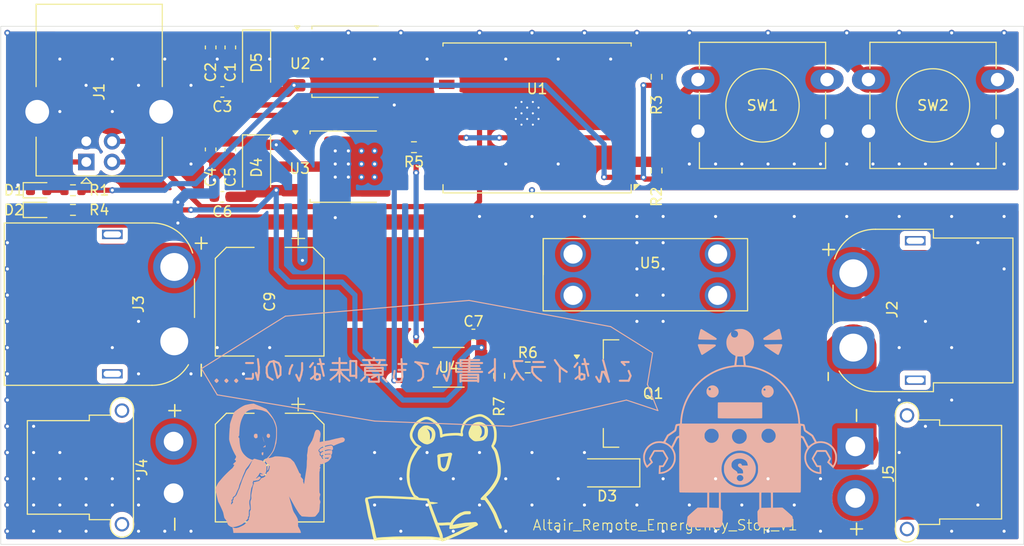
<source format=kicad_pcb>
(kicad_pcb (version 20240108) (generator "pcbnew") (generator_version "8.0")
  (layers (0 "F.Cu" signal) (31 "B.Cu" signal) (34 "B.Paste" user) (35 "F.Paste" user) (36 "B.SilkS" user "B.Silkscreen") (37 "F.SilkS" user "F.Silkscreen") (38 "B.Mask" user) (39 "F.Mask" user) (44 "Edge.Cuts" user))
  (net 0 "")
  (net 1 "+5V")
  (net 2 "GND")
  (net 3 "+3.3V")
  (net 4 "+24V")
  (net 5 "GND1")
  (net 6 "+12V")
  (net 7 "Net-(D1-A)")
  (net 8 "Net-(D2-A)")
  (net 9 "-1")
  (net 10 "USB-")
  (net 11 "USB+")
  (net 12 "Net-(Q1-G)")
  (net 13 "Net-(U1-EN{slash}CHIP_PU)")
  (net 14 "Net-(U1-GPIO9)")
  (net 15 "Net-(R5-Pad2)")
  (net 16 "Ps1")
  (net 17 "Net-(R6-Pad1)")
  (net 26 "+1")
  (footprint "Resistor_SMD:R_0603_1608Metric" (layer "F.Cu") (at 164.465 88.075 90)
    (property "Reference" "R3")
    (property "Value" "10K")
  )
  (footprint "LOGO" (layer "F.Cu") (at 144.78 127)
    (property "Reference" "G***" (hide yes))
    (property "Value" "LOGO" (hide yes))
  )
  (footprint "Capacitor_SMD:CP_Elec_10x10" (layer "F.Cu") (at 127 109.855 -90)
    (property "Reference" "C9")
    (property "Value" "330u")
  )
  (footprint "Resistor_SMD:R_0603_1608Metric" (layer "F.Cu") (at 151.995 116.218974)
    (property "Reference" "R6")
    (property "Value" "10")
  )
  (footprint "Connector_USB:USB_B_Lumberg_2411_02_Horizontal" (layer "F.Cu") (at 109.24 96.3225 90)
    (property "Reference" "J1")
    (property "Value" "USB_B")
  )
  (footprint "Diode_SMD:D_SOD-128" (layer "F.Cu") (at 125.73 96.86 -90)
    (property "Reference" "D4")
    (property "Value" "D")
  )
  (footprint "Resistor_SMD:R_0603_1608Metric" (layer "F.Cu") (at 140.97 94.890385 180)
    (property "Reference" "R5")
    (property "Value" "100")
  )
  (footprint "Capacitor_SMD:C_0603_1608Metric" (layer "F.Cu") (at 121.285 95.11 -90)
    (property "Reference" "C4")
    (property "Value" "47u")
  )
  (footprint "Connector_AMASS:AMASS_XT60PW-F_1x02_P7.20mm_Horizontal" (layer "F.Cu") (at 183.515 114.3 -90)
    (property "Reference" "J2")
    (property "Value" "XT60")
  )
  (footprint "Diode_SMD:D_SOD-128" (layer "F.Cu") (at 159.68 126.43 180)
    (property "Reference" "D3")
    (property "Value" "D")
  )
  (footprint "Connector_AMASS:AMASS_XT30PW-F_1x02_P2.50mm_Horizontal" (layer "F.Cu") (at 117.695 128.4 90)
    (property "Reference" "J4")
    (property "Value" "XT30")
  )
  (footprint "Button_Switch_THT:SW_PUSH-12mm" (layer "F.Cu") (at 180.975 93.345 180)
    (property "Reference" "SW1")
    (property "Value" "RESET")
  )
  (footprint "LED_SMD:LED_0603_1608Metric" (layer "F.Cu") (at 104.6225 99.06)
    (property "Reference" "D1")
    (property "Value" "LED")
  )
  (footprint "Capacitor_SMD:C_0603_1608Metric" (layer "F.Cu") (at 122.415 89.535 180)
    (property "Reference" "C3")
    (property "Value" "0.1u")
  )
  (footprint "Connector_AMASS:AMASS_XT30PW-F_1x02_P2.50mm_Horizontal" (layer "F.Cu") (at 183.715 123.865 -90)
    (property "Reference" "J5")
    (property "Value" "XT30")
  )
  (footprint "Capacitor_SMD:C_0603_1608Metric" (layer "F.Cu") (at 122.415 99.695 180)
    (property "Reference" "C6")
    (property "Value" "0.1u")
  )
  (footprint "Resistor_SMD:R_0603_1608Metric" (layer "F.Cu") (at 107.95 99.06 180)
    (property "Reference" "R1")
    (property "Value" "550")
  )
  (footprint "Capacitor_SMD:C_0603_1608Metric" (layer "F.Cu") (at 146.73 113.03 180)
    (property "Reference" "C7")
    (property "Value" "0.1u")
  )
  (footprint "Resistor_SMD:R_0603_1608Metric" (layer "F.Cu") (at 164.465 97.155 90)
    (property "Reference" "R2")
    (property "Value" "10K")
  )
  (footprint "Capacitor_SMD:CP_Elec_10x10" (layer "F.Cu") (at 127 125.92 -90)
    (property "Reference" "C8")
    (property "Value" "330u")
  )
  (footprint "Connector_AMASS:AMASS_XT60PW-M_1x02_P7.20mm_Horizontal" (layer "F.Cu") (at 117.76 113.69 90)
    (property "Reference" "J3")
    (property "Value" "XT60")
  )
  (footprint "TestPoint:XS-506A" (layer "F.Cu") (at 162.98 103.74)
    (property "Reference" "U5")
    (property "Value" "ヒューズ")
  )
  (footprint "Package_TO_SOT_SMD:TO-252-2" (layer "F.Cu") (at 134.225 96.775)
    (property "Reference" "U3")
    (property "Value" "L7812")
  )
  (footprint "Resistor_SMD:R_0603_1608Metric" (layer "F.Cu") (at 149.225 117.03 90)
    (property "Reference" "R7")
    (property "Value" "1k")
  )
  (footprint "Capacitor_SMD:C_0603_1608Metric" (layer "F.Cu") (at 123.19 85.23 -90)
    (property "Reference" "C1")
    (property "Value" "0.1u")
  )
  (footprint "RF_Module:ESP32-C3-WROOM-02U" (layer "F.Cu") (at 152.895 91.81 180)
    (property "Reference" "U1")
    (property "Value" "esp32 c3")
  )
  (footprint "LED_SMD:LED_0603_1608Metric" (layer "F.Cu") (at 104.6225 100.965)
    (property "Reference" "D2")
    (property "Value" "LED")
  )
  (footprint "Package_TO_SOT_SMD:TO-263-2" (layer "F.Cu") (at 164.135 118.745)
    (property "Reference" "Q1")
    (property "Value" "Q_NMOS_GDS")
  )
  (footprint "Package_TO_SOT_SMD:TO-252-2" (layer "F.Cu") (at 134.4 86.615)
    (property "Reference" "U2")
    (property "Value" "LP2950-3.3_TO252")
  )
  (footprint "Button_Switch_THT:SW_PUSH-12mm" (layer "F.Cu") (at 184.985 88.345)
    (property "Reference" "SW2")
    (property "Value" "BOOT")
  )
  (footprint "Resistor_SMD:R_0603_1608Metric" (layer "F.Cu") (at 107.95 100.965 180)
    (property "Reference" "R4")
    (property "Value" "1k")
  )
  (footprint "Capacitor_SMD:C_0603_1608Metric" (layer "F.Cu") (at 123.19 95.11 -90)
    (property "Reference" "C5")
    (property "Value" "0.1u")
  )
  (footprint "Capacitor_SMD:C_0603_1608Metric" (layer "F.Cu") (at 121.285 85.23 -90)
    (property "Reference" "C2")
    (property "Value" "47u")
  )
  (footprint "Package_SO:MFSOP6-5_4.4x3.6mm_P1.27mm" (layer "F.Cu") (at 144.33 116.205)
    (property "Reference" "U4")
    (property "Value" "TLP152")
  )
  (footprint "Diode_SMD:D_SOD-128" (layer "F.Cu") (at 125.73 86.7 -90)
    (property "Reference" "D5")
    (property "Value" "D")
  )
  (footprint "LOGO" (layer "B.Cu") (at 127.337954 124.742968 180)
    (property "Reference" "G***" (hide yes))
    (property "Value" "LOGO" (hide yes))
  )
  (footprint "LOGO" (layer "B.Cu") (at 172.72 121.92 180)
    (property "Reference" "G***" (hide yes))
    (property "Value" "LOGO" (hide yes))
  )
  (gr_line (start 128.524 111.252) (end 120.396 116.332) (stroke (width 0.1)) (layer "B.SilkS"))
  (gr_line (start 137.16 121.412) (end 150.368 121.92) (stroke (width 0.1)) (layer "B.SilkS"))
  (gr_line (start 120.396 116.332) (end 121.92 118.872) (stroke (width 0.1)) (layer "B.SilkS"))
  (gr_line (start 150.368 121.92) (end 161.544 119.38) (stroke (width 0.1)) (layer "B.SilkS"))
  (gr_line (start 161.544 119.38) (end 164.592 120.396) (stroke (width 0.1)) (layer "B.SilkS"))
  (gr_line (start 146.304 109.728) (end 128.524 111.252) (stroke (width 0.1)) (layer "B.SilkS"))
  (gr_line (start 164.084 114.808) (end 160.02 112.268) (stroke (width 0.1)) (layer "B.SilkS"))
  (gr_line (start 164.592 120.396) (end 163.576 117.856) (stroke (width 0.1)) (layer "B.SilkS"))
  (gr_line (start 163.576 117.856) (end 164.084 114.808) (stroke (width 0.1)) (layer "B.SilkS"))
  (gr_line (start 160.02 112.268) (end 146.304 109.728) (stroke (width 0.1)) (layer "B.SilkS"))
  (gr_line (start 121.92 118.872) (end 137.16 121.412) (stroke (width 0.1)) (layer "B.SilkS"))
  (gr_rect (start 100.965 83.185) (end 200.025 133.35) (stroke (width 0.05)) (fill none) (layer "Edge.Cuts"))
  (gr_text "こんなイラスト書いても意味ないのに..." (at 162.56 117.856 0) (layer "B.SilkS") (effects (font (size 2 2) (thickness 0.2)) (justify left bottom mirror)))
  (gr_text "Altair_Remote_Emergency_Stop_V1" (at 152.4 132.08 0) (layer "F.SilkS") (effects (font (size 1 1) (thickness 0.1)) (justify left bottom)))
  (via (at 152.4 99.06) (size 0.6) (drill 0.3) (layers "F.Cu" "B.Cu") (net 0))
  (segment (start 109.24 96.3225) (end 102.6725 96.3225) (width 0.5) (layer "F.Cu") (net 1))
  (segment (start 102.6725 96.3225) (end 101.79 95.44) (width 0.5) (layer "F.Cu") (net 1))
  (segment (start 129.24 84.455) (end 129.36 84.335) (width 1) (layer "F.Cu") (net 1))
  (segment (start 101.79 95.44) (end 101.79 89.46) (width 0.5) (layer "F.Cu") (net 1))
  (segment (start 106.795 84.455) (end 121.285 84.455) (width 0.5) (layer "F.Cu") (net 1))
  (segment (start 101.79 89.46) (end 106.795 84.455) (width 0.5) (layer "F.Cu") (net 1))
  (segment (start 121.285 84.455) (end 129.24 84.455) (width 1) (layer "F.Cu") (net 1))
  (segment (start 127.355 86.005) (end 131.725 86.005) (width 1) (layer "F.Cu") (net 2))
  (segment (start 107.35 94.3225) (end 104.49 91.4625) (width 0.5) (layer "F.Cu") (net 2))
  (segment (start 122.275 86.005) (end 126.645 86.005) (width 1) (layer "F.Cu") (net 2))
  (segment (start 141.18 117.475) (end 139.065 117.475) (width 0.5) (layer "F.Cu") (net 2))
  (segment (start 126.645 86.005) (end 127 86.36) (width 1) (layer "F.Cu") (net 2))
  (segment (start 121.285 86.005) (end 121.285 87.63) (width 1) (layer "F.Cu") (net 2))
  (segment (start 109.24 94.3225) (end 107.35 94.3225) (width 0.5) (layer "F.Cu") (net 2))
  (segment (start 121.285 87.63) (end 121.285 89.18) (width 1) (layer "F.Cu") (net 2))
  (segment (start 139.065 90.805) (end 139.065 89.87) (width 0.5) (layer "F.Cu") (net 2))
  (segment (start 104.5125 91.44) (end 106.68 91.44) (width 4.5) (layer "F.Cu") (net 2))
  (segment (start 109.7825 89.4625) (end 111.76 91.44) (width 4.5) (layer "F.Cu") (net 2))
  (segment (start 114.3 88.9) (end 114.3 89.6525) (width 1) (layer "F.Cu") (net 2))
  (segment (start 121.565 86.005) (end 121.92 86.36) (width 1) (layer "F.Cu") (net 2))
  (segment (start 106.68 89.2725) (end 106.49 89.4625) (width 4.5) (layer "F.Cu") (net 2))
  (segment (start 114.3 89.6525) (end 114.49 89.4625) (width 1) (layer "F.Cu") (net 2))
  (segment (start 168.475 93.345) (end 197.485 93.345) (width 2.54) (layer "F.Cu") (net 2))
  (segment (start 104.49 91.4625) (end 104.5125 91.44) (width 4.5) (layer "F.Cu") (net 2))
  (segment (start 116.3225 87.63) (end 115.0525 88.9) (width 1) (layer "F.Cu") (net 2))
  (segment (start 113.7375 89.4625) (end 114.49 89.4625) (width 4.5) (layer "F.Cu") (net 2))
  (segment (start 116.49 91.4625) (end 114.49 89.4625) (width 4.5) (layer "F.Cu") (net 2))
  (segment (start 109.22 88.9) (end 109.7825 89.4625) (width 4.5) (layer "F.Cu") (net 2))
  (segment (start 121.285 86.005) (end 121.565 86.005) (width 1) (layer "F.Cu") (net 2))
  (segment (start 106.49 89.4625) (end 109.22 88.9) (width 4.5) (layer "F.Cu") (net 2))
  (segment (start 131.725 86.005) (end 132.08 86.36) (width 1) (layer "F.Cu") (net 2))
  (segment (start 139.065 89.87) (end 137.335 88.14) (width 0.5) (layer "F.Cu") (net 2))
  (segment (start 121.92 86.36) (end 122.275 86.005) (width 1) (layer "F.Cu") (net 2))
  (segment (start 135.05 86.005) (end 135.66 86.615) (width 1) (layer "F.Cu") (net 2))
  (segment (start 132.435 86.005) (end 135.05 86.005) (width 1) (layer "F.Cu") (net 2))
  (segment (start 115.0525 88.9) (end 114.3 88.9) (width 1) (layer "F.Cu") (net 2))
  (segment (start 111.76 91.44) (end 113.7375 89.4625) (width 4.5) (layer "F.Cu") (net 2))
  (segment (start 127 86.36) (end 127.355 86.005) (width 1) (layer "F.Cu") (net 2))
  (segment (start 132.08 86.36) (end 132.435 86.005) (width 1) (layer "F.Cu") (net 2))
  (segment (start 121.285 89.18) (end 121.64 89.535) (width 1) (layer "F.Cu") (net 2))
  (segment (start 106.68 91.44) (end 106.68 89.2725) (width 4.5) (layer "F.Cu") (net 2))
  (segment (start 121.285 87.63) (end 116.3225 87.63) (width 1) (layer "F.Cu") (net 2))
  (via (at 167.64 83.82) (size 0.6) (drill 0.3) (layers "F.Cu" "B.Cu") (net 2))
  (via (at 185.42 96.52) (size 0.6) (drill 0.3) (layers "F.Cu" "B.Cu") (net 2))
  (via (at 102.616 98.552) (size 0.6) (drill 0.3) (layers "F.Cu" "B.Cu") (net 2))
  (via (at 195.58 96.52) (size 0.6) (drill 0.3) (layers "F.Cu" "B.Cu") (net 2))
  (via (at 152.4 83.82) (size 0.6) (drill 0.3) (layers "F.Cu" "B.Cu") (net 2))
  (via (at 119.38 88.9) (size 0.6) (drill 0.3) (layers "F.Cu" "B.Cu") (net 2))
  (via (at 149.86 96.52) (size 0.6) (drill 0.3) (layers "F.Cu" "B.Cu") (net 2))
  (via (at 139.7 83.82) (size 0.6) (drill 0.3) (layers "F.Cu" "B.Cu") (net 2))
  (via (at 139.065 90.805) (size 0.6) (drill 0.3) (layers "F.Cu" "B.Cu") (net 2))
  (via (at 198.12 83.82) (size 0.6) (drill 0.3) (layers "F.Cu" "B.Cu") (net 2))
  (via (at 160.02 86.36) (size 0.6) (drill 0.3) (layers "F.Cu" "B.Cu") (net 2))
  (via (at 111.76 91.44) (size 0.6) (drill 0.3) (layers "F.Cu" "B.Cu") (net 2))
  (via (at 198.12 96.52) (size 0.6) (drill 0.3) (layers "F.Cu" "B.Cu") (net 2))
  (via (at 187.96 96.52) (size 0.6) (drill 0.3) (layers "F.Cu" "B.Cu") (net 2))
  (via (at 162.56 83.82) (size 0.6) (drill 0.3) (layers "F.Cu" "B.Cu") (net 2))
  (via (at 190.5 96.52) (size 0.6) (drill 0.3) (layers "F.Cu" "B.Cu") (net 2))
  (via (at 119.38 96.52) (size 0.6) (drill 0.3) (layers "F.Cu" "B.Cu") (net 2))
  (via (at 172.72 96.52) (size 0.6) (drill 0.3) (layers "F.Cu" "B.Cu") (net 2))
  (via (at 182.88 83.82) (size 0.6) (drill 0.3) (layers "F.Cu" "B.Cu") (net 2))
  (via (at 111.76 86.36) (size 0.6) (drill 0.3) (layers "F.Cu" "B.Cu") (net 2))
  (via (at 167.64 96.52) (size 0.6) (drill 0.3) (layers "F.Cu" "B.Cu") (net 2))
  (via (at 137.16 86.36) (size 0.6) (drill 0.3) (layers "F.Cu" "B.Cu") (net 2))
  (via (at 193.04 96.52) (size 0.6) (drill 0.3) (layers "F.Cu" "B.Cu") (net 2))
  (via (at 175.26 96.52) (size 0.6) (drill 0.3) (layers "F.Cu" "B.Cu") (net 2))
  (via (at 177.8 96.52) (size 0.6) (drill 0.3) (layers "F.Cu" "B.Cu") (net 2))
  (via (at 106.68 86.36) (size 0.6) (drill 0.3) (layers "F.Cu" "B.Cu") (net 2))
  (via (at 109.22 88.9) (size 0.6) (drill 0.3) (layers "F.Cu" "B.Cu") (net 2))
  (via (at 175.26 83.82) (size 0.6) (drill 0.3) (layers "F.Cu" "B.Cu") (net 2))
  (via (at 154.94 96.52) (size 0.6) (drill 0.3) (layers "F.Cu" "B.Cu") (net 2))
  (via (at 121.92 86.36) (size 0.6) (drill 0.3) (layers "F.Cu" "B.Cu") (net 2))
  (via (at 154.94 86.36) (size 0.6) (drill 0.3) (layers "F.Cu" "B.Cu") (net 2))
  (via (at 114.3 88.9) (size 0.6) (drill 0.3) (layers "F.Cu" "B.Cu") (net 2))
  (via (at 134.62 83.82) (size 0.6) (drill 0.3) (layers "F.Cu" "B.Cu") (net 2))
  (via (at 147.32 83.82) (size 0.6) (drill 0.3) (layers "F.Cu" "B.Cu") (net 2))
  (via (at 182.88 96.52) (size 0.6) (drill 0.3) (layers "F.Cu" "B.Cu") (net 2))
  (via (at 116.84 86.36) (size 0.6) (drill 0.3) (layers "F.Cu" "B.Cu") (net 2))
  (via (at 157.48 83.82) (size 0.6) (drill 0.3) (layers "F.Cu" "B.Cu") (net 2))
  (via (at 139.065 117.475) (size 0.6) (drill 0.3) (layers "F.Cu" "B.Cu") (net 2))
  (via (at 127 86.36) (size 0.6) (drill 0.3) (layers "F.Cu" "B.Cu") (net 2))
  (via (at 187.96 83.82) (size 0.6) (drill 0.3) (layers "F.Cu" "B.Cu") (net 2))
  (via (at 149.86 86.36) (size 0.6) (drill 0.3) (layers "F.Cu" "B.Cu") (net 2))
  (via (at 180.34 96.52) (size 0.6) (drill 0.3) (layers "F.Cu" "B.Cu") (net 2))
  (via (at 142.24 86.36) (size 0.6) (drill 0.3) (layers "F.Cu" "B.Cu") (net 2))
  (via (at 101.6 83.82) (size 0.6) (drill 0.3) (layers "F.Cu" "B.Cu") (net 2))
  (via (at 193.04 83.82) (size 0.6) (drill 0.3) (layers "F.Cu" "B.Cu") (net 2))
  (via (at 132.08 86.36) (size 0.6) (drill 0.3) (layers "F.Cu" "B.Cu") (net 2))
  (via (at 170.18 96.52) (size 0.6) (drill 0.3) (layers "F.Cu" "B.Cu") (net 2))
  (via (at 106.68 91.44) (size 0.6) (drill 0.3) (layers "F.Cu" "B.Cu") (net 2))
  (segment (start 104.49 96.678) (end 104.49 91.4625) (width 0.2) (layer "B.Cu") (net 2))
  (segment (start 102.616 98.552) (end 104.49 96.678) (width 0.2) (layer "B.Cu") (net 2))
  (segment (start 139.065 117.475) (end 139.065 90.805) (width 0.5) (layer "B.Cu") (net 2))
  (segment (start 123.19 89.535) (end 128.72 89.535) (width 1) (layer "F.Cu") (net 3))
  (segment (start 161.645 97.81) (end 163.195 97.81) (width 0.5) (layer "F.Cu") (net 3))
  (segment (start 163.195 88.9) (end 164.465 88.9) (width 0.5) (layer "F.Cu") (net 3))
  (segment (start 164.465 97.98) (end 163.365 97.98) (width 0.5) (layer "F.Cu") (net 3))
  (segment (start 128.72 89.535) (end 129.36 88.895) (width 1) (layer "F.Cu") (net 3))
  (segment (start 163.365 97.98) (end 163.195 97.81) (width 0.5) (layer "F.Cu") (net 3))
  (segment (start 161.645 97.81) (end 159.405 97.81) (width 0.5) (layer "F.Cu") (net 3))
  (segment (start 159.405 97.81) (end 159.385 97.79) (width 0.5) (layer "F.Cu") (net 3))
  (segment (start 111.76 99.06) (end 108.775 99.06) (width 0.5) (layer "F.Cu") (net 3))
  (via (at 159.385 97.79) (size 0.6) (drill 0.3) (layers "F.Cu" "B.Cu") (net 3))
  (via (at 163.195 88.9) (size 0.6) (drill 0.3) (layers "F.Cu" "B.Cu") (net 3))
  (via (at 129.36 88.895) (size 0.6) (drill 0.3) (layers "F.Cu" "B.Cu") (net 3))
  (via (at 111.76 99.06) (size 0.6) (drill 0.3) (layers "F.Cu" "B.Cu") (net 3))
  (via (at 163.195 97.81) (size 0.6) (drill 0.3) (layers "F.Cu" "B.Cu") (net 3))
  (segment (start 159.385 97.79) (end 159.385 94.615) (width 0.5) (layer "B.Cu") (net 3))
  (segment (start 159.385 94.615) (end 153.665 88.895) (width 0.5) (layer "B.Cu") (net 3))
  (segment (start 153.665 88.895) (end 129.36 88.895) (width 0.5) (layer "B.Cu") (net 3))
  (segment (start 119.83 98.425) (end 117.475 98.425) (width 0.5) (layer "B.Cu") (net 3))
  (segment (start 117.475 98.425) (end 116.84 99.06) (width 0.5) (layer "B.Cu") (net 3))
  (segment (start 129.36 88.895) (end 119.83 98.425) (width 0.5) (layer "B.Cu") (net 3))
  (segment (start 116.84 99.06) (end 111.76 99.06) (width 0.5) (layer "B.Cu") (net 3))
  (segment (start 163.195 97.81) (end 163.195 88.9) (width 0.5) (layer "B.Cu") (net 3))
  (segment (start 110.49 123.825) (end 107.95 121.285) (width 4.5) (layer "F.Cu") (net 4))
  (segment (start 130.175 105.855) (end 155.765 105.855) (width 4.5) (layer "F.Cu") (net 4))
  (segment (start 114.795127 123.825) (end 110.49 123.825) (width 4.5) (layer "F.Cu") (net 4))
  (segment (start 156.38 109.24) (end 129.115 109.24) (width 4.5) (layer "F.Cu") (net 4))
  (segment (start 115.220127 123.4) (end 114.795127 123.825) (width 4.5) (layer "F.Cu") (net 4))
  (segment (start 121.285 94.335) (end 125.405 94.335) (width 1) (layer "F.Cu") (net 4))
  (segment (start 155.765 105.855) (end 156.38 105.24) (width 4.5) (layer "F.Cu") (net 4))
  (segment (start 117.695 123.4) (end 125.52 123.4) (width 4.5) (layer "F.Cu") (net 4))
  (segment (start 127.635 94.66) (end 129.02 94.66) (width 1) (layer "F.Cu") (net 4))
  (segment (start 125.52 123.4) (end 127 121.92) (width 4.5) (layer "F.Cu") (net 4))
  (segment (start 107.95 109.22) (end 110.68 106.49) (width 4.5) (layer "F.Cu") (net 4))
  (segment (start 129.115 109.24) (end 126.365 106.49) (width 4.5) (layer "F.Cu") (net 4))
  (segment (start 129.02 94.66) (end 129.185 94.495) (width 1) (layer "F.Cu") (net 4))
  (segment (start 121.285 106.49) (end 126.365 106.49) (width 4.5) (layer "F.Cu") (net 4))
  (segment (start 110.68 106.49) (end 121.285 106.49) (width 4.5) (layer "F.Cu") (net 4))
  (segment (start 107.95 121.285) (end 107.95 109.22) (width 4.5) (layer "F.Cu") (net 4))
  (segment (start 117.695 123.4) (end 115.220127 123.4) (width 4.5) (layer "F.Cu") (net 4))
  (segment (start 125.73 94.66) (end 127.635 94.66) (width 1) (layer "F.Cu") (net 4))
  (segment (start 126.365 106.49) (end 127 105.855) (width 4.5) (layer "F.Cu") (net 4))
  (segment (start 127 105.855) (end 130.175 105.855) (width 4.5) (layer "F.Cu") (net 4))
  (segment (start 117.76 106.49) (end 121.285 106.49) (width 4.5) (layer "F.Cu") (net 4))
  (segment (start 156.38 105.24) (end 156.38 109.24) (width 4.5) (layer "F.Cu") (net 4))
  (segment (start 125.405 94.335) (end 125.73 94.66) (width 1) (layer "F.Cu") (net 4))
  (via (at 127.635 94.66) (size 0.6) (drill 0.3) (layers "F.Cu" "B.Cu") (net 4))
  (via (at 130.175 105.855) (size 0.6) (drill 0.3) (layers "F.Cu" "B.Cu") (net 4))
  (segment (start 130.175 97.155) (end 130.175 105.855) (width 1) (layer "B.Cu") (net 4))
  (segment (start 127.635 94.66) (end 127.68 94.66) (width 1) (layer "B.Cu") (net 4))
  (segment (start 127.68 94.66) (end 130.175 97.155) (width 1) (layer "B.Cu") (net 4))
  (segment (start 135.23 96.775) (end 135.89 96.52) (width 1) (layer "F.Cu") (net 5))
  (segment (start 104.41307 121.92) (end 106.68 124.18693) (width 1) (layer "F.Cu") (net 5))
  (segment (start 133.35 96.52) (end 133.605 96.775) (width 1) (layer "F.Cu") (net 5))
  (segment (start 109.22 126.72693) (end 109.22 127) (width 1) (layer "F.Cu") (net 5))
  (segment (start 133.095 96.775) (end 133.35 96.52) (width 1) (layer "F.Cu") (net 5))
  (segment (start 121.64 97.79) (end 121.64 96.24) (width 1) (layer "F.Cu") (net 5))
  (segment (start 104.14 121.92) (end 104.41307 121.92) (width 1) (layer "F.Cu") (net 5))
  (segment (start 121.64 98.07) (end 121.64 97.79) (width 1) (layer "F.Cu") (net 5))
  (segment (start 106.68 124.18693) (end 106.68 124.46) (width 1) (layer "F.Cu") (net 5))
  (segment (start 157.48 126.43) (end 157.48 124.46) (width 2.54) (layer "F.Cu") (net 5))
  (segment (start 134.513196 121.285) (end 133.985 120.756804) (width 4.5) (layer "F.Cu") (net 5))
  (segment (start 110.89307 128.4) (end 117.695 128.4) (width 1) (layer "F.Cu") (net 5))
  (segment (start 133.985 120.756804) (end 133.985 129.54) (width 4.5) (layer "F.Cu") (net 5))
  (segment (start 133.605 96.775) (end 134.365 96.775) (width 1) (layer "F.Cu") (net 5))
  (segment (start 121.64 96.24) (end 121.285 95.885) (width 1) (layer "F.Cu") (net 5))
  (segment (start 104.14 121.64693) (end 104.14 121.92) (width 1) (layer "F.Cu") (net 5))
  (segment (start 134.875 96.775) (end 135.23 96.775) (width 1) (layer "F.Cu") (net 5))
  (segment (start 104.585001 102.19) (end 103.835 101.439999) (width 1) (layer "F.Cu") (net 5))
  (segment (start 103.835 100.965) (end 103.835 121.34193) (width 1) (layer "F.Cu") (net 5))
  (segment (start 156.485 121.285) (end 134.513196 121.285) (width 4.5) (layer "F.Cu") (net 5))
  (segment (start 121.995 95.885) (end 121.64 96.24) (width 1) (layer "F.Cu") (net 5))
  (segment (start 134.365 96.775) (end 134.62 96.52) (width 1) (layer "F.Cu") (net 5))
  (segment (start 121.64 98.07) (end 121.64 99.695) (width 1) (layer "F.Cu") (net 5))
  (segment (start 122.655 96.775) (end 133.095 96.775) (width 1) (layer "F.Cu") (net 5))
  (segment (start 133.985 129.54) (end 132.08 129.54) (width 4.5) (layer "F.Cu") (net 5))
  (segment (start 122.53 113.69) (end 126.835 113.69) (width 4.5) (layer "F.Cu") (net 5))
  (segment (start 127.083196 113.855) (end 127 113.771804) (width 4.5) (layer "F.Cu") (net 5))
  (segment (start 135.89 96.52) (end 135.74 96.775) (width 1) (layer "F.Cu") (net 5))
  (segment (start 157.48 124.46) (end 157.48 122.28) (width 2.54) (layer "F.Cu") (net 5))
  (segment (start 117.695 128.4) (end 125.48 128.4) (width 4.5) (layer "F.Cu") (net 5))
  (segment (start 127 113.855) (end 127.083196 113.855) (width 4.5) (layer "F.Cu") (net 5))
  (segment (start 123.19 95.885) (end 121.995 95.885) (width 1) (layer "F.Cu") (net 5))
  (segment (start 157.48 122.28) (end 156.485 121.285) (width 2.54) (layer "F.Cu") (net 5))
  (segment (start 126.835 113.69) (end 127 113.855) (width 4.5) (layer "F.Cu") (net 5))
  (segment (start 121.31 113.69) (end 121.92 114.3) (width 4.5) (layer "F.Cu") (net 5))
  (segment (start 127.528196 114.3) (end 133.985 120.756804) (width 4.5) (layer "F.Cu") (net 5))
  (segment (start 103.835 121.34193) (end 104.14 121.64693) (width 1) (layer "F.Cu") (net 5))
  (segment (start 117.76 113.69) (end 121.31 113.69) (width 4.5) (layer "F.Cu") (net 5))
  (segment (start 118.11 102.235) (end 118.065 102.19) (width 1) (layer "F.Cu") (net 5))
  (segment (start 147.48 117.475) (end 148.845 117.475) (width 1) (layer "F.Cu") (net 5))
  (segment (start 106.68 124.46) (end 106.95307 124.46) (width 1) (layer "F.Cu") (net 5))
  (segment (start 118.065 102.19) (end 104.585001 102.19) (width 1) (layer "F.Cu") (net 5))
  (segment (start 132.08 129.54) (end 131.7 129.92) (width 4.5) (layer "F.Cu") (net 5))
  (segment (start 121.64 96.24) (end 122.12 96.24) (width 1) (layer "F.Cu") (net 5))
  (segment (start 131.7 129.92) (end 127 129.92) (width 4.5) (layer "F.Cu") (net 5))
  (segment (start 103.835 101.439999) (end 103.835 100.965) (width 1) (layer "F.Cu") (net 5))
  (segment (start 122.12 96.24) (end 122.655 96.775) (width 1) (layer "F.Cu") (net 5))
  (segment (start 121.64 97.79) (end 122.655 96.775) (width 1) (layer "F.Cu") (net 5))
  (segment (start 127 113.771804) (end 127 114.3) (width 4.5) (layer "F.Cu") (net 5))
  (segment (start 109.22 127) (end 109.49307 127) (width 1) (layer "F.Cu") (net 5))
  (segment (start 135.74 96.775) (end 135.485 96.775) (width 1) (layer "F.Cu") (net 5))
  (segment (start 134.62 96.52) (end 134.875 96.775) (width 1) (layer "F.Cu") (net 5))
  (segment (start 121.92 114.3) (end 122.53 113.69) (width 4.5) (layer "F.Cu") (net 5))
  (segment (start 148.845 117.475) (end 149.225 117.855) (width 1) (layer "F.Cu") (net 5))
  (segment (start 109.49307 127) (end 110.89307 128.4) (width 1) (layer "F.Cu") (net 5))
  (segment (start 127 114.3) (end 127.528196 114.3) (width 4.5) (layer "F.Cu") (net 5))
  (segment (start 125.48 128.4) (end 127 129.92) (width 4.5) (layer "F.Cu") (net 5))
  (segment (start 106.95307 124.46) (end 109.22 126.72693) (width 1) (layer "F.Cu") (net 5))
  (via (at 152.4 129.54) (size 0.6) (drill 0.3) (layers "F.Cu" "B.Cu") (net 5))
  (via (at 109.22 129.54) (size 0.6) (drill 0.3) (layers "F.Cu" "B.Cu") (net 5))
  (via (at 144.78 132.08) (size 0.6) (drill 0.3) (layers "F.Cu" "B.Cu") (net 5))
  (via (at 193.04 132.08) (size 0.6) (drill 0.3) (layers "F.Cu" "B.Cu") (net 5))
  (via (at 133.35 97.79) (size 0.6) (drill 0.3) (layers "F.Cu" "B.Cu") (net 5))
  (via (at 111.76 129.54) (size 0.6) (drill 0.3) (layers "F.Cu" "B.Cu") (net 5))
  (via (at 167.64 129.54) (size 0.6) (drill 0.3) (layers "F.Cu" "B.Cu") (net 5))
  (via (at 175.26 132.08) (size 0.6) (drill 0.3) (layers "F.Cu" "B.Cu") (net 5))
  (via (at 162.56 106.68) (size 0.6) (drill 0.3) (layers "F.Cu" "B.Cu") (net 5))
  (via (at 142.24 124.46) (size 0.6) (drill 0.3) (layers "F.Cu" "B.Cu") (net 5))
  (via (at 109.22 132.08) (size 0.6) (drill 0.3) (layers "F.Cu" "B.Cu") (net 5))
  (via (at 104.14 129.54) (size 0.6) (drill 0.3) (layers "F.Cu" "B.Cu") (net 5))
  (via (at 149.86 127) (size 0.6) (drill 0.3) (layers "F.Cu" "B.Cu") (net 5))
  (via (at 139.7 132.08) (size 0.6) (drill 0.3) (layers "F.Cu" "B.Cu") (net 5))
  (via (at 134.62 95.25) (size 0.6) (drill 0.3) (layers "F.Cu" "B.Cu") (net 5))
  (via (at 162.56 101.6) (size 0.6) (drill 0.3) (layers "F.Cu" "B.Cu") (net 5))
  (via (at 133.35 96.52) (size 0.6) (drill 0.3) (layers "F.Cu" "B.Cu") (net 5))
  (via (at 165.1 104.14) (size 0.6) (drill 0.3) (layers "F.Cu" "B.Cu") (net 5))
  (via (at 133.35 101.715) (size 0.6) (drill 0.3) (layers "F.Cu" "B.Cu") (net 5))
  (via (at 165.1 132.08) (size 0.6) (drill 0.3) (layers "F.Cu" "B.Cu") (net 5))
  (via (at 124.46 116.84) (size 0.6) (drill 0.3) (layers "F.Cu" "B.Cu") (net 5))
  (via (at 114.3 116.84) (size 0.6) (drill 0.3) (layers "F.Cu" "B.Cu") (net 5))
  (via (at 114.3 127) (size 0.6) (drill 0.3) (layers "F.Cu" "B.Cu") (net 5))
  (via (at 195.58 129.54) (size 0.6) (drill 0.3) (layers "F.Cu" "B.Cu") (net 5))
  (via (at 106.68 132.08) (size 0.6) (drill 0.3) (layers "F.Cu" "B.Cu") (net 5))
  (via (at 170.18 132.08) (size 0.6) (drill 0.3) (layers "F.Cu" "B.Cu") (net 5))
  (via (at 165.1 111.76) (size 0.6) (drill 0.3) (layers "F.Cu" "B.Cu") (net 5))
  (via (at 101.6 116.84) (size 0.6) (drill 0.3) (layers "F.Cu" "B.Cu") (net 5))
  (via (at 109.22 127) (size 0.6) (drill 0.3) (layers "F.Cu" "B.Cu") (net 5))
  (via (at 114.3 129.54) (size 0.6) (drill 0.3) (layers "F.Cu" "B.Cu") (net 5))
  (via (at 119.38 132.08) (size 0.6) (drill 0.3) (layers "F.Cu" "B.Cu") (net 5))
  (via (at 101.6 104.14) (size 0.6) (drill 0.3) (layers "F.Cu" "B.Cu") (net 5))
  (via (at 152.4 124.46) (size 0.6) (drill 0.3) (layers "F.Cu" "B.Cu") (net 5))
  (via (at 162.56 109.22) (size 0.6) (drill 0.3) (layers "F.Cu" "B.Cu") (net 5))
  (via (at 162.56 129.54) (size 0.6) (drill 0.3) (layers "F.Cu" "B.Cu") (net 5))
  (via (at 180.34 132.08) (size 0.6) (drill 0.3) (layers "F.Cu" "B.Cu") (net 5))
  (via (at 101.6 132.08) (size 0.6) (drill 0.3) (layers "F.Cu" "B.Cu") (net 5))
  (via (at 137.16 95.25) (size 0.6) (drill 0.3) (layers "F.Cu" "B.Cu") (net 5))
  (via (at 134.62 96.52) (size 0.6) (drill 0.3) (layers "F.Cu" "B.Cu") (net 5))
  (via (at 190.5 121.92) (size 0.6) (drill 0.3) (layers "F.Cu" "B.Cu") (net 5))
  (via (at 101.6 119.38) (size 0.6) (drill 0.3) (layers "F.Cu" "B.Cu") (net 5))
  (via (at 106.68 127) (size 0.6) (drill 0.3) (layers "F.Cu" "B.Cu") (net 5))
  (via (at 165.1 127) (size 0.6) (drill 0.3) (layers "F.Cu" "B.Cu") (net 5))
  (via (at 162.56 104.14) (size 0.6) (drill 0.3) (layers "F.Cu" "B.Cu") (net 5))
  (via (at 154.94 127) (size 0.6) (drill 0.3) (layers "F.Cu" "B.Cu") (net 5))
  (via (at 182.88 101.6) (size 0.6) (drill 0.3) (layers "F.Cu" "B.Cu") (net 5))
  (via (at 193.04 114.3) (size 0.6) (drill 0.3) (layers "F.Cu" "B.Cu") (net 5))
  (via (at 101.6 106.68) (size 0.6) (drill 0.3) (layers "F.Cu" "B.Cu") (net 5))
  (via (at 101.6 121.92) (size 0.6) (drill 0.3) (layers "F.Cu" "B.Cu") (net 5))
  (via (at 111.76 127) (size 0.6) (drill 0.3) (layers "F.Cu" "B.Cu") (net 5))
  (via (at 180.34 127) (size 0.6) (drill 0.3) (layers "F.Cu" "B.Cu") (net 5))
  (via (at 147.32 101.6) (size 0.6) (drill 0.3) (layers "F.Cu" "B.Cu") (net 5))
  (via (at 198.12 106.68) (size 0.6) (drill 0.3) (layers "F.Cu" "B.Cu") (net 5))
  (via (at 154.94 132.08) (size 0.6) (drill 0.3) (layers "F.Cu" "B.Cu") (net 5))
  (via (at 101.6 111.76) (size 0.6) (drill 0.3) (layers "F.Cu" "B.Cu") (net 5))
  (via (at 175.26 127) (size 0.6) (drill 0.3) (layers "F.Cu" "B.Cu") (net 5))
  (via (at 162.56 111.76) (size 0.6) (drill 0.3) (layers "F.Cu" "B.Cu") (net 5))
  (via (at 157.48 101.6) (size 0.6) (drill 0.3) (layers "F.Cu" "B.Cu") (net 5))
  (via (at 144.78 127) (size 0.6) (drill 0.3) (layers "F.Cu" "B.Cu") (net 5))
  (via (at 187.96 114.3) (size 0.6) (drill 0.3) (layers "F.Cu" "B.Cu") (net 5))
  (via (at 121.64 98.07) (size 0.6) (drill 0.3) (layers "F.Cu" "B.Cu") (net 5))
  (via (at 198.12 101.6) (size 0.6) (drill 0.3) (layers "F.Cu" "B.Cu") (net 5))
  (via (at 157.48 129.54) (size 0.6) (drill 0.3) (layers "F.Cu" "B.Cu") (net 5))
  (via (at 118.11 102.235) (size 0.6) (drill 0.3) (layers "F.Cu" "B.Cu") (net 5))
  (via (at 114.3 111.76) (size 0.6) (drill 0.3) (layers "F.Cu" "B.Cu") (net 5))
  (via (at 118.11 100.215) (size 0.6) (drill 0.3) (layers "F.Cu" "B.Cu") (net 5))
  (via (at 101.6 129.54) (size 0.6) (drill 0.3) (layers "F.Cu" "B.Cu") (net 5))
  (via (at 104.14 121.92) (size 0.6) (drill 0.3) (layers "F.Cu" "B.Cu") (net 5))
  (via (at 147.32 124.46) (size 0.6) (drill 0.3) (layers "F.Cu" "B.Cu") (net 5))
  (via (at 190.5 111.76) (size 0.6) (drill 0.3) (layers "F.Cu" "B.Cu") (net 5))
  (via (at 134.62 97.79) (size 0.6) (drill 0.3) (layers "F.Cu" "B.Cu") (net 5))
  (via (at 135.89 96.52) (size 0.6) (drill 0.3) (layers "F.Cu" "B.Cu") (net 5))
  (via (at 101.6 124.46) (size 0.6) (drill 0.3) (layers "F.Cu" "B.Cu") (net 5))
  (via (at 198.12 132.08) (size 0.6) (drill 0.3) (layers "F.Cu" "B.Cu") (net 5))
  (via (at 147.32 129.54) (size 0.6) (drill 0.3) (layers "F.Cu" "B.Cu") (net 5))
  (via (at 152.4 101.6) (size 0.6) (drill 0.3) (layers "F.Cu" "B.Cu") (net 5))
  (via (at 111.76 114.3) (size 0.6) (drill 0.3) (layers "F.Cu" "B.Cu") (net 5))
  (via (at 104.14 132.08) (size 0.6) (drill 0.3) (layers "F.Cu" "B.Cu") (net 5))
  (via (at 177.8 129.54) (size 0.6) (drill 0.3) (layers "F.Cu" "B.Cu") (net 5))
  (via (at 187.96 119.38) (size 0.6) (drill 0.3) (layers "F.Cu" "B.Cu") (net 5))
  (via (at 165.1 101.6) (size 0.6) (drill 0.3) (layers "F.Cu" "B.Cu") (net 5))
  (via (at 160.02 132.08) (size 0.6) (drill 0.3) (layers "F.Cu" "B.Cu") (net 5))
  (via (at 170.18 127) (size 0.6) (drill 0.3) (layers "F.Cu" "B.Cu") (net 5))
  (via (at 137.16 124.46) (size 0.6) (drill 0.3) (layers "F.Cu" "B.Cu") (net 5))
  (via (at 187.96 124.46) (size 0.6) (drill 0.3) (layers "F.Cu" "B.Cu") (net 5))
  (via (at 142.24 129.54) (size 0.6) (drill 0.3) (layers "F.Cu" "B.Cu") (net 5))
  (via (at 101.6 114.3) (size 0.6) (drill 0.3) (layers "F.Cu" "B.Cu") (net 5))
  (via (at 170.18 101.6) (size 0.6) (drill 0.3) (layers "F.Cu" "B.Cu") (net 5))
  (via (at 172.72 129.54) (size 0.6) (drill 0.3) (layers "F.Cu" "B.Cu") (net 5))
  (via (at 106.68 124.46) (size 0.6) (drill 0.3) (layers "F.Cu" "B.Cu") (net 5))
  (via (at 106.68 129.54) (size 0.6) (drill 0.3) (layers "F.Cu" "B.Cu") (net 5))
  (via (at 133.35 95.25) (size 0.6) (drill 0.3) (layers "F.Cu" "B.Cu") (net 5))
  (via (at 195.58 104.14) (size 0.6) (drill 0.3) (layers "F.Cu" "B.Cu") (net 5))
  (via (at 127 114.3) (size 0.6) (drill 0.3) (layers "F.Cu" "B.Cu") (net 5))
  (via (at 101.6 127) (size 0.6) (drill 0.3) (layers "F.Cu" "B.Cu") (net 5))
  (via (at 165.1 106.68) (size 0.6) (drill 0.3) (layers "F.Cu" "B.Cu") (net 5))
  (via (at 104.14 124.46) (size 0.6) (drill 0.3) (layers "F.Cu" "B.Cu") (net 5))
  (via (at 119.38 116.84) (size 0.6) (drill 0.3) (layers "F.Cu" "B.Cu") (net 5))
  (via (at 135.89 95.25) (size 0.6) (drill 0.3) (layers "F.Cu" "B.Cu") (net 5))
  (via (at 187.96 101.6) (size 0.6) (drill 0.3) (layers "F.Cu" "B.Cu") (net 5))
  (via (at 104.14 127) (size 0.6) (drill 0.3) (layers "F.Cu" "B.Cu") (net 5))
  (via (at 193.04 101.6) (size 0.6) (drill 0.3) (layers "F.Cu" "B.Cu") (net 5))
  (via (at 193.04 119.38) (size 0.6) (drill 0.3) (layers "F.Cu" "B.Cu") (net 5))
  (via (at 114.3 132.08) (size 0.6) (drill 0.3) (layers "F.Cu" "B.Cu") (net 5))
  (via (at 149.86 132.08) (size 0.6) (drill 0.3) (layers "F.Cu" "B.Cu") (net 5))
  (via (at 157.48 124.46) (size 0.6) (drill 0.3) (layers "F.Cu" "B.Cu") (net 5))
  (via (at 121.92 114.3) (size 0.6) (drill 0.3) (layers "F.Cu" "B.Cu") (net 5))
  (via (at 101.6 109.22) (size 0.6) (drill 0.3) (layers "F.Cu" "B.Cu") (net 5))
  (via (at 137.16 96.52) (size 0.6) (drill 0.3) (layers "F.Cu" "B.Cu") (net 5))
  (via (at 165.1 109.22) (size 0.6) (drill 0.3) (layers "F.Cu" "B.Cu") (net 5))
  (via (at 177.8 101.6) (size 0.6) (drill 0.3) (layers "F.Cu" "B.Cu") (net 5))
  (via (at 139.7 127) (size 0.6) (drill 0.3) (layers "F.Cu" "B.Cu") (net 5))
  (via (at 116.84 132.08) (size 0.6) (drill 0.3) (layers "F.Cu" "B.Cu") (net 5))
  (via (at 137.16 129.54) (size 0.6) (drill 0.3) (layers "F.Cu" "B.Cu") (net 5))
  (via (at 137.16 97.79) (size 0.6) (drill 0.3) (layers "F.Cu" "B.Cu") (net 5))
  (via (at 135.89 97.79) (size 0.6) (drill 0.3) (layers "F.Cu" "B.Cu") (net 5))
  (segment (start 118.95 99.375) (end 121.605 99.375) (width 1) (layer "B.Cu") (net 5))
  (segment (start 118.11 100.215) (end 118.11 102.235) (width 1) (layer "B.Cu") (net 5))
  (segment (start 133.35 95.25) (end 133.35 101.715) (width 3) (layer "B.Cu") (net 5))
  (segment (start 121.64 98.07) (end 121.64 99.34) (width 1) (layer "B.Cu") (net 5))
  (segment (start 121.605 99.375) (end 121.64 99.34) (width 1) (layer "B.Cu") (net 5))
  (segment (start 118.11 100.215) (end 118.95 99.375) (width 1) (layer "B.Cu") (net 5))
  (segment (start 125.735 99.055) (end 125.73 99.06) (width 1) (layer "F.Cu") (net 6))
  (segment (start 125.095 99.695) (end 125.73 99.06) (width 1) (layer "F.Cu") (net 6))
  (segment (start 147.505 113.03) (end 147.505 114.3) (width 1) (layer "F.Cu") (net 6))
  (segment (start 147.505 114.91) (end 147.48 114.935) (width 1) (layer "F.Cu") (net 6))
  (segment (start 147.505 114.3) (end 147.505 114.91) (width 1) (layer "F.Cu") (net 6))
  (segment (start 119.38 100.965) (end 108.775 100.965) (width 0.5) (layer "F.Cu") (net 6))
  (segment (start 127.635 99.055) (end 125.735 99.055) (width 1) (layer "F.Cu") (net 6))
  (segment (start 123.19 99.695) (end 125.095 99.695) (width 1) (layer "F.Cu") (net 6))
  (segment (start 129.185 99.055) (end 127.635 99.055) (width 1) (layer "F.Cu") (net 6))
  (via (at 147.505 114.3) (size 0.6) (drill 0.3) (layers "F.Cu" "B.Cu") (net 6))
  (via (at 119.38 100.965) (size 0.6) (drill 0.3) (layers "F.Cu" "B.Cu") (net 6))
  (via (at 127.635 99.055) (size 0.6) (drill 0.3) (layers "F.Cu" "B.Cu") (net 6))
  (segment (start 145.415 115.57) (end 145.415 118.11) (width 0.5) (layer "B.Cu") (net 6))
  (segment (start 144.145 119.38) (end 139.909339 119.38) (width 0.5) (layer "B.Cu") (net 6))
  (segment (start 145.415 118.11) (end 144.145 119.38) (width 0.5) (layer "B.Cu") (net 6))
  (segment (start 146.685 114.3) (end 145.415 115.57) (width 0.5) (layer "B.Cu") (net 6))
  (segment (start 125.725 100.965) (end 127.635 99.055) (width 0.5) (layer "B.Cu") (net 6))
  (segment (start 127.635 106.68) (end 127.635 99.055) (width 0.5) (layer "B.Cu") (net 6))
  (segment (start 119.38 100.965) (end 125.725 100.965) (width 0.5) (layer "B.Cu") (net 6))
  (segment (start 147.505 114.3) (end 146.685 114.3) (width 0.5) (layer "B.Cu") (net 6))
  (segment (start 139.909339 119.38) (end 135.255 114.725661) (width 0.5) (layer "B.Cu") (net 6))
  (segment (start 133.985 107.95) (end 128.905 107.95) (width 0.5) (layer "B.Cu") (net 6))
  (segment (start 128.905 107.95) (end 127.635 106.68) (width 0.5) (layer "B.Cu") (net 6))
  (segment (start 135.255 114.725661) (end 135.255 109.22) (width 0.5) (layer "B.Cu") (net 6))
  (segment (start 135.255 109.22) (end 133.985 107.95) (width 0.5) (layer "B.Cu") (net 6))
  (segment (start 105.41 99.06) (end 107.125 99.06) (width 0.5) (layer "F.Cu") (net 7))
  (segment (start 105.41 100.965) (end 107.125 100.965) (width 0.5) (layer "F.Cu") (net 8))
  (segment (start 170.815 115.97) (end 170.815 123.455) (width 4.5) (layer "F.Cu") (net 9))
  (segment (start 176.53 115.97) (end 176.53 122.595) (width 4.5) (layer "F.Cu") (net 9))
  (segment (start 177.8 123.865) (end 175.26 123.865) (width 4.5) (layer "F.Cu") (net 9))
  (segment (start 170.815 123.455) (end 170.405 123.865) (width 4.5) (layer "F.Cu") (net 9))
  (segment (start 176.53 115.97) (end 179.705 115.97) (width 4.5) (layer "F.Cu") (net 9))
  (segment (start 179.705 115.97) (end 181.845 115.97) (width 4.5) (layer "F.Cu") (net 9))
  (segment (start 179.705 115.97) (end 179.705 122.595) (width 4.5) (layer "F.Cu") (net 9))
  (segment (start 173.355 115.97) (end 173.355 121.96) (width 4.5) (layer "F.Cu") (net 9))
  (segment (start 173.355 115.97) (end 176.53 115.97) (width 4.5) (layer "F.Cu") (net 9))
  (segment (start 175.26 123.865) (end 170.405 123.865) (width 4.5) (layer "F.Cu") (net 9))
  (segment (start 168.06 115.97) (end 170.815 115.97) (width 4.5) (layer "F.Cu") (net 9))
  (segment (start 170.815 115.97) (end 173.355 115.97) (width 4.5) (layer "F.Cu") (net 9))
  (segment (start 183.515 114.3) (end 183.515 123.665) (width 4.5) (layer "F.Cu") (net 9))
  (segment (start 161.88 122.85) (end 163.21 121.52) (width 2.54) (layer "F.Cu") (net 9))
  (segment (start 183.515 123.665) (end 183.715 123.865) (width 4.5) (layer "F.Cu") (net 9))
  (segment (start 170.405 123.865) (end 168.06 121.52) (width 4.5) (layer "F.Cu") (net 9))
  (segment (start 180.975 123.865) (end 177.8 123.865) (width 4.5) (layer "F.Cu") (net 9))
  (segment (start 181.845 115.97) (end 183.515 114.3) (width 4.5) (layer "F.Cu") (net 9))
  (segment (start 183.715 123.865) (end 180.975 123.865) (width 4.5) (layer "F.Cu") (net 9))
  (segment (start 161.88 126.43) (end 161.88 122.85) (width 2.54) (layer "F.Cu") (net 9))
  (segment (start 173.355 121.96) (end 175.26 123.865) (width 4.5) (layer "F.Cu") (net 9))
  (segment (start 176.53 122.595) (end 177.8 123.865) (width 4.5) (layer "F.Cu") (net 9))
  (segment (start 179.705 122.595) (end 180.975 123.865) (width 4.5) (layer "F.Cu") (net 9))
  (segment (start 116.0075 96.3225) (end 120.33 100.645) (width 0.5) (layer "F.Cu") (net 10))
  (segment (start 147.32 92.235) (end 145.395 90.31) (width 0.5) (layer "F.Cu") (net 10))
  (segment (start 146.8 100.645) (end 147.32 100.125) (width 0.5) (layer "F.Cu") (net 10))
  (segment (start 147.32 100.125) (end 147.32 92.235) (width 0.5) (layer "F.Cu") (net 10))
  (segment (start 145.395 90.31) (end 144.145 90.31) (width 0.5) (layer "F.Cu") (net 10))
  (segment (start 120.33 100.645) (end 146.8 100.645) (width 0.5) (layer "F.Cu") (net 10))
  (segment (start 111.74 96.3225) (end 116.0075 96.3225) (width 0.5) (layer "F.Cu") (net 10))
  (segment (start 111.74 94.3225) (end 119.861672 94.3225) (width 0.5) (layer "F.Cu") (net 11))
  (segment (start 122.374172 91.81) (end 144.145 91.81) (width 0.5) (layer "F.Cu") (net 11))
  (segment (start 119.861672 94.3225) (end 122.374172 91.81) (width 0.5) (layer "F.Cu") (net 11))
  (segment (start 152.82 116.218974) (end 156.471026 116.218974) (width 1) (layer "F.Cu") (net 12))
  (segment (start 156.471026 116.218974) (end 156.485 116.205) (width 1) (layer "F.Cu") (net 12))
  (segment (start 161.645 96.31) (end 164.445 96.31) (width 1) (layer "F.Cu") (net 13))
  (segment (start 168.475 88.345) (end 180.975 88.345) (width 2.54) (layer "F.Cu") (net 13))
  (segment (start 164.465 92.355) (end 168.475 88.345) (width 1) (layer "F.Cu") (net 13))
  (segment (start 164.445 96.31) (end 164.465 96.33) (width 1) (layer "F.Cu") (net 13))
  (segment (start 164.465 96.33) (end 164.465 92.355) (width 1) (layer "F.Cu") (net 13))
  (segment (start 161.645 87.31) (end 164.405 87.31) (width 1) (layer "F.Cu") (net 14))
  (segment (start 164.405 87.31) (end 164.465 87.25) (width 1) (layer "F.Cu") (net 14))
  (segment (start 184.985 88.345) (end 197.485 88.345) (width 2.54) (layer "F.Cu") (net 14))
  (segment (start 165.99 85.725) (end 182.365 85.725) (width 1) (layer "F.Cu") (net 14))
  (segment (start 164.465 87.25) (end 165.99 85.725) (width 1) (layer "F.Cu") (net 14))
  (segment (start 182.365 85.725) (end 184.985 88.345) (width 1) (layer "F.Cu") (net 14))
  (segment (start 141.18 113.24) (end 141.18 114.935) (width 0.5) (layer "F.Cu") (net 15))
  (segment (start 141.18 95.925385) (end 140.145 94.890385) (width 0.5) (layer "F.Cu") (net 15))
  (segment (start 141.18 97.365) (end 141.18 95.925385) (width 0.5) (layer "F.Cu") (net 15))
  (via (at 141.18 113.24) (size 0.6) (drill 0.3) (layers "F.Cu" "B.Cu") (net 15))
  (via (at 141.18 97.365) (size 0.6) (drill 0.3) (layers "F.Cu" "B.Cu") (net 15))
  (segment (start 141.18 97.365) (end 141.18 113.24) (width 0.5) (layer "B.Cu") (net 15))
  (segment (start 141.795 94.890385) (end 144.064615 94.890385) (width 0.5) (layer "F.Cu") (net 16))
  (segment (start 146.05 93.98) (end 144.145 93.98) (width 0.5) (layer "F.Cu") (net 16))
  (segment (start 161.645 93.31) (end 161.645 93.98) (width 0.5) (layer "F.Cu") (net 16))
  (segment (start 161.645 93.98) (end 149.225 93.98) (width 0.5) (layer "F.Cu") (net 16))
  (segment (start 144.064615 94.890385) (end 144.145 94.81) (width 0.5) (layer "F.Cu") (net 16))
  (segment (start 144.145 93.31) (end 144.145 93.98) (width 0.5) (layer "F.Cu") (net 16))
  (segment (start 161.645 93.98) (end 161.645 94.81) (width 0.5) (layer "F.Cu") (net 16))
  (segment (start 144.145 93.98) (end 144.145 94.81) (width 0.5) (layer "F.Cu") (net 16))
  (via (at 146.05 93.98) (size 0.6) (drill 0.3) (layers "F.Cu" "B.Cu") (net 16))
  (via (at 149.225 93.98) (size 0.6) (drill 0.3) (layers "F.Cu" "B.Cu") (net 16))
  (segment (start 149.225 93.98) (end 146.05 93.98) (width 0.5) (layer "B.Cu") (net 16))
  (segment (start 149.225 116.205) (end 147.48 116.205) (width 1) (layer "F.Cu") (net 17))
  (segment (start 149.238974 116.218974) (end 149.225 116.205) (width 1) (layer "F.Cu") (net 17))
  (segment (start 151.17 116.218974) (end 149.238974 116.218974) (width 1) (layer "F.Cu") (net 17))
  (segment (start 170.38 109.24) (end 181.375 109.24) (width 4.5) (layer "F.Cu") (net 26))
  (segment (start 196.215 113.03) (end 190.285 107.1) (width 4.5) (layer "F.Cu") (net 26))
  (segment (start 181.375 109.24) (end 183.515 107.1) (width 4.5) (layer "F.Cu") (net 26))
  (segment (start 170.38 105.24) (end 170.38 109.24) (width 4.5) (layer "F.Cu") (net 26))
  (segment (start 183.865 128.715) (end 190.055 128.715) (width 4.5) (layer "F.Cu") (net 26))
  (segment (start 190.055 128.715) (end 196.215 122.555) (width 4.5) (layer "F.Cu") (net 26))
  (segment (start 170.38 105.24) (end 181.655 105.24) (width 4.5) (layer "F.Cu") (net 26))
  (segment (start 190.285 107.1) (end 183.515 107.1) (width 4.5) (layer "F.Cu") (net 26))
  (segment (start 181.655 105.24) (end 183.515 107.1) (width 4.5) (layer "F.Cu") (net 26))
  (segment (start 196.215 122.555) (end 196.215 113.03) (width 4.5) (layer "F.Cu") (net 26))
  (segment (start 183.715 128.865) (end 183.865 128.715) (width 4.5) (layer "F.Cu") (net 26))
  (zone (net 4) (net_name "+24V") (layer "F.Cu") (connect_pads yes (clearance 0.5)) (min_thickness 0.25) (fill yes (thermal_gap 0.5) (thermal_bridge_width 0.5))
    (polygon (pts (xy 105.41 104.14) (xy 159.385 104.14) (xy 159.385 111.76) (xy 128.905 111.76) (xy 125.095 109.855) (xy 110.49 109.855) (xy 110.49 121.285) (xy 114.935 121.285) (xy 114.935 118.745) (xy 128.27 118.745) (xy 128.27 125.095) (xy 109.22 125.095) (xy 105.41 121.285)))
  )
  (zone (net 5) (net_name "GND1") (layer "F.Cu") (priority 1) (connect_pads yes (clearance 0.5)) (min_thickness 0.25) (fill yes (thermal_gap 0.5) (thermal_bridge_width 0.5))
    (polygon (pts (xy 111.125 110.49) (xy 111.125 118.11) (xy 129.54 118.11) (xy 129.54 126.365) (xy 100.965 126.365) (xy 100.965 133.35) (xy 200.025 133.35) (xy 200.025 112.395) (xy 132.715 112.395) (xy 128.905 112.395) (xy 125.095 110.49)))
  )
  (zone (net 5) (net_name "GND1") (layer "F.Cu") (priority 3) (connect_pads yes (clearance 0.5)) (min_thickness 0.25) (fill yes (thermal_gap 0.5) (thermal_bridge_width 0.5))
    (polygon (pts (xy 100.965 100.965) (xy 200.025 100.965) (xy 200.025 112.395) (xy 160.02 112.395) (xy 160.02 102.87) (xy 104.775 102.87) (xy 104.775 121.92) (xy 109.22 126.365) (xy 100.965 126.365)))
  )
  (zone (net 2) (net_name "GND") (layers "F&B.Cu") (priority 2) (connect_pads yes (clearance 0.5)) (min_thickness 0.25) (fill yes (thermal_gap 0.5) (thermal_bridge_width 0.5))
    (polygon (pts (xy 100.965 83.185) (xy 200.025 83.185) (xy 200.025 99.06) (xy 100.965 99.06)))
  )
  (zone (net 5) (net_name "GND1") (layer "B.Cu") (priority 4) (connect_pads yes (clearance 0.5)) (min_thickness 0.25) (fill yes (thermal_gap 0.5) (thermal_bridge_width 0.5))
    (polygon (pts (xy 100.965 100.33) (xy 200.025 100.33) (xy 200.025 133.35) (xy 100.965 133.35)))
  )
)
</source>
